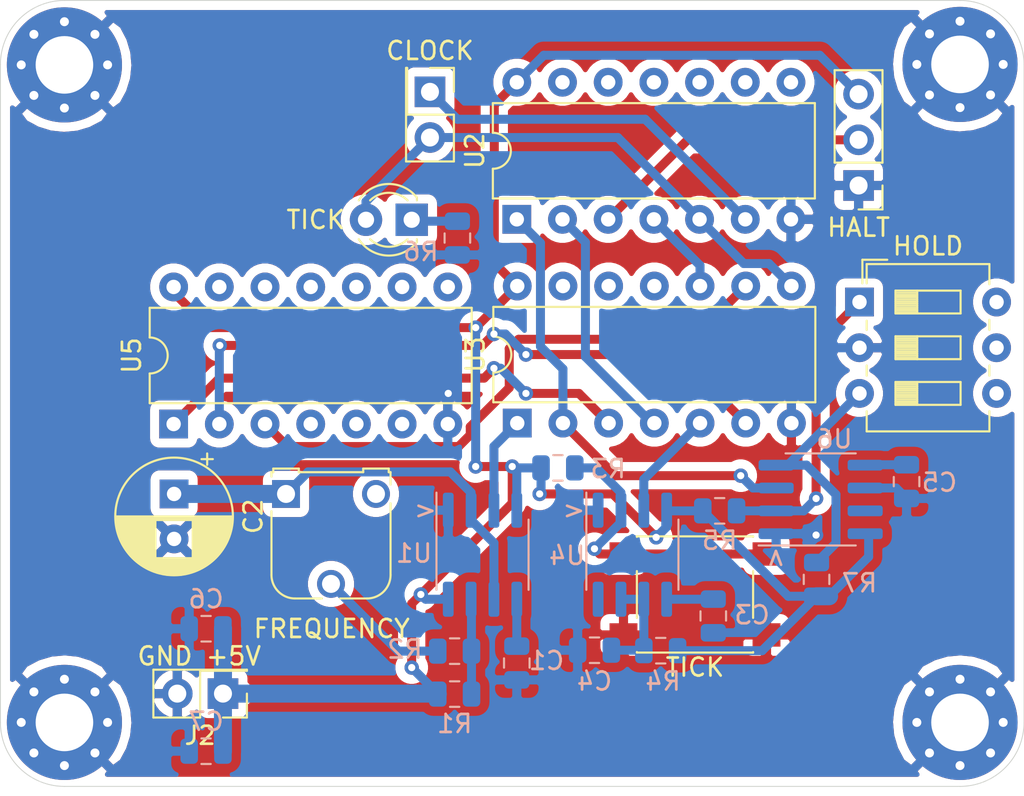
<source format=kicad_pcb>
(kicad_pcb (version 20171130) (host pcbnew "(5.1.6)-1")
  (layers (0 F.Cu signal) (31 B.Cu signal) (34 B.Paste user) (35 F.Paste user) (36 B.SilkS user) (37 F.SilkS user) (38 B.Mask user) (39 F.Mask user) (44 Edge.Cuts user))
  (net 0 "")
  (net 1 GND)
  (net 2 "Net-(C1-Pad1)")
  (net 3 "Net-(C2-Pad1)")
  (net 4 "Net-(C3-Pad1)")
  (net 5 "Net-(C4-Pad1)")
  (net 6 "Net-(C5-Pad1)")
  (net 7 +5V)
  (net 8 CLK)
  (net 9 "Net-(D1-Pad1)")
  (net 10 ~CLK)
  (net 11 HLT)
  (net 12 "Net-(R1-Pad2)")
  (net 13 "Net-(R2-Pad1)")
  (net 14 "Net-(R3-Pad2)")
  (net 15 "Net-(R5-Pad2)")
  (net 16 "Net-(R7-Pad2)")
  (net 17 "Net-(RV1-Pad3)")
  (net 18 "Net-(U1-Pad3)")
  (net 19 "Net-(U2-Pad4)")
  (net 20 "Net-(U2-Pad2)")
  (net 21 "Net-(U2-Pad1)")
  (net 22 "Net-(U3-Pad6)")
  (net 23 "Net-(U3-Pad5)")
  (net 24 "Net-(U3-Pad3)")
  (net 25 "Net-(U3-Pad9)")
  (net 26 "Net-(U4-Pad8)")
  (net 27 "Net-(U6-Pad7)")
  (module Package_DIP:DIP-14_W7.62mm (layer F.Cu) (at 74.422 45.1866 90)
    (fp_text reference U2 (at 3.81 -2.33 90) (layer F.SilkS))
    (fp_text value 74LS04)
    (pad 14 thru_hole oval (at 7.62 0 90) (size 1.6 1.6) (drill 0.8) (layers *.Cu *.Mask) (net 7 +5V))
    (pad 7 thru_hole oval (at 0 15.24 90) (size 1.6 1.6) (drill 0.8) (layers *.Cu *.Mask) (net 1 GND))
    (pad 13 thru_hole oval (at 7.62 2.54 90) (size 1.6 1.6) (drill 0.8) (layers *.Cu *.Mask))
    (pad 6 thru_hole oval (at 0 12.7 90) (size 1.6 1.6) (drill 0.8) (layers *.Cu *.Mask) (net 10 ~CLK))
    (pad 12 thru_hole oval (at 7.62 5.08 90) (size 1.6 1.6) (drill 0.8) (layers *.Cu *.Mask))
    (pad 5 thru_hole oval (at 0 10.16 90) (size 1.6 1.6) (drill 0.8) (layers *.Cu *.Mask) (net 8 CLK))
    (pad 11 thru_hole oval (at 7.62 7.62 90) (size 1.6 1.6) (drill 0.8) (layers *.Cu *.Mask))
    (pad 4 thru_hole oval (at 0 7.62 90) (size 1.6 1.6) (drill 0.8) (layers *.Cu *.Mask) (net 19 "Net-(U2-Pad4)"))
    (pad 10 thru_hole oval (at 7.62 10.16 90) (size 1.6 1.6) (drill 0.8) (layers *.Cu *.Mask))
    (pad 3 thru_hole oval (at 0 5.08 90) (size 1.6 1.6) (drill 0.8) (layers *.Cu *.Mask) (net 11 HLT))
    (pad 9 thru_hole oval (at 7.62 12.7 90) (size 1.6 1.6) (drill 0.8) (layers *.Cu *.Mask))
    (pad 2 thru_hole oval (at 0 2.54 90) (size 1.6 1.6) (drill 0.8) (layers *.Cu *.Mask) (net 20 "Net-(U2-Pad2)"))
    (pad 8 thru_hole oval (at 7.62 15.24 90) (size 1.6 1.6) (drill 0.8) (layers *.Cu *.Mask))
    (pad 1 thru_hole rect (at 0 0 90) (size 1.6 1.6) (drill 0.8) (layers *.Cu *.Mask) (net 21 "Net-(U2-Pad1)"))
  )
  (module MountingHole:MountingHole_3.2mm_M3_Pad_Via (layer F.Cu) (at 99.06 73.152)
    (fp_text reference H4 hide)
    (fp_text value MountingHole_Pad hide)
    (pad 1 thru_hole circle (at 1.697056 -1.697056) (size 0.8 0.8) (drill 0.5) (layers *.Cu *.Mask) (net 1 GND))
    (pad 1 thru_hole circle (at 0 -2.4) (size 0.8 0.8) (drill 0.5) (layers *.Cu *.Mask) (net 1 GND))
    (pad 1 thru_hole circle (at -1.697056 -1.697056) (size 0.8 0.8) (drill 0.5) (layers *.Cu *.Mask) (net 1 GND))
    (pad 1 thru_hole circle (at -2.4 0) (size 0.8 0.8) (drill 0.5) (layers *.Cu *.Mask) (net 1 GND))
    (pad 1 thru_hole circle (at -1.697056 1.697056) (size 0.8 0.8) (drill 0.5) (layers *.Cu *.Mask) (net 1 GND))
    (pad 1 thru_hole circle (at 0 2.4) (size 0.8 0.8) (drill 0.5) (layers *.Cu *.Mask) (net 1 GND))
    (pad 1 thru_hole circle (at 1.697056 1.697056) (size 0.8 0.8) (drill 0.5) (layers *.Cu *.Mask) (net 1 GND))
    (pad 1 thru_hole circle (at 2.4 0) (size 0.8 0.8) (drill 0.5) (layers *.Cu *.Mask) (net 1 GND))
    (pad 1 thru_hole circle (at 0 0) (size 6.4 6.4) (drill 3.2) (layers *.Cu *.Mask) (net 1 GND))
  )
  (module MountingHole:MountingHole_3.2mm_M3_Pad_Via (layer F.Cu) (at 99.06 36.576)
    (fp_text reference H3 hide)
    (fp_text value MountingHole_Pad hide)
    (pad 1 thru_hole circle (at 1.697056 -1.697056) (size 0.8 0.8) (drill 0.5) (layers *.Cu *.Mask) (net 1 GND))
    (pad 1 thru_hole circle (at 0 -2.4) (size 0.8 0.8) (drill 0.5) (layers *.Cu *.Mask) (net 1 GND))
    (pad 1 thru_hole circle (at -1.697056 -1.697056) (size 0.8 0.8) (drill 0.5) (layers *.Cu *.Mask) (net 1 GND))
    (pad 1 thru_hole circle (at -2.4 0) (size 0.8 0.8) (drill 0.5) (layers *.Cu *.Mask) (net 1 GND))
    (pad 1 thru_hole circle (at -1.697056 1.697056) (size 0.8 0.8) (drill 0.5) (layers *.Cu *.Mask) (net 1 GND))
    (pad 1 thru_hole circle (at 0 2.4) (size 0.8 0.8) (drill 0.5) (layers *.Cu *.Mask) (net 1 GND))
    (pad 1 thru_hole circle (at 1.697056 1.697056) (size 0.8 0.8) (drill 0.5) (layers *.Cu *.Mask) (net 1 GND))
    (pad 1 thru_hole circle (at 2.4 0) (size 0.8 0.8) (drill 0.5) (layers *.Cu *.Mask) (net 1 GND))
    (pad 1 thru_hole circle (at 0 0) (size 6.4 6.4) (drill 3.2) (layers *.Cu *.Mask) (net 1 GND))
  )
  (module MountingHole:MountingHole_3.2mm_M3_Pad_Via (layer F.Cu) (at 49.276 73.152)
    (fp_text reference H2 hide)
    (fp_text value MountingHole_Pad hide)
    (pad 1 thru_hole circle (at 1.697056 -1.697056) (size 0.8 0.8) (drill 0.5) (layers *.Cu *.Mask) (net 1 GND))
    (pad 1 thru_hole circle (at 0 -2.4) (size 0.8 0.8) (drill 0.5) (layers *.Cu *.Mask) (net 1 GND))
    (pad 1 thru_hole circle (at -1.697056 -1.697056) (size 0.8 0.8) (drill 0.5) (layers *.Cu *.Mask) (net 1 GND))
    (pad 1 thru_hole circle (at -2.4 0) (size 0.8 0.8) (drill 0.5) (layers *.Cu *.Mask) (net 1 GND))
    (pad 1 thru_hole circle (at -1.697056 1.697056) (size 0.8 0.8) (drill 0.5) (layers *.Cu *.Mask) (net 1 GND))
    (pad 1 thru_hole circle (at 0 2.4) (size 0.8 0.8) (drill 0.5) (layers *.Cu *.Mask) (net 1 GND))
    (pad 1 thru_hole circle (at 1.697056 1.697056) (size 0.8 0.8) (drill 0.5) (layers *.Cu *.Mask) (net 1 GND))
    (pad 1 thru_hole circle (at 2.4 0) (size 0.8 0.8) (drill 0.5) (layers *.Cu *.Mask) (net 1 GND))
    (pad 1 thru_hole circle (at 0 0) (size 6.4 6.4) (drill 3.2) (layers *.Cu *.Mask) (net 1 GND))
  )
  (module MountingHole:MountingHole_3.2mm_M3_Pad_Via (layer F.Cu) (at 49.276 36.6014)
    (fp_text reference H1 hide)
    (fp_text value MountingHole_Pad hide)
    (pad 1 thru_hole circle (at 1.697056 -1.697056) (size 0.8 0.8) (drill 0.5) (layers *.Cu *.Mask) (net 1 GND))
    (pad 1 thru_hole circle (at 0 -2.4) (size 0.8 0.8) (drill 0.5) (layers *.Cu *.Mask) (net 1 GND))
    (pad 1 thru_hole circle (at -1.697056 -1.697056) (size 0.8 0.8) (drill 0.5) (layers *.Cu *.Mask) (net 1 GND))
    (pad 1 thru_hole circle (at -2.4 0) (size 0.8 0.8) (drill 0.5) (layers *.Cu *.Mask) (net 1 GND))
    (pad 1 thru_hole circle (at -1.697056 1.697056) (size 0.8 0.8) (drill 0.5) (layers *.Cu *.Mask) (net 1 GND))
    (pad 1 thru_hole circle (at 0 2.4) (size 0.8 0.8) (drill 0.5) (layers *.Cu *.Mask) (net 1 GND))
    (pad 1 thru_hole circle (at 1.697056 1.697056) (size 0.8 0.8) (drill 0.5) (layers *.Cu *.Mask) (net 1 GND))
    (pad 1 thru_hole circle (at 2.4 0) (size 0.8 0.8) (drill 0.5) (layers *.Cu *.Mask) (net 1 GND))
    (pad 1 thru_hole circle (at 0 0) (size 6.4 6.4) (drill 3.2) (layers *.Cu *.Mask) (net 1 GND))
  )
  (module Button_Switch_THT:SW_DIP_SPSTx03_Slide_6.7x9.18mm_W7.62mm_P2.54mm_LowProfile (layer F.Cu) (at 93.472 49.784)
    (fp_text reference HOLD (at 3.81 -3.11) (layer F.SilkS))
    (fp_text value Lock)
    (pad 6 thru_hole oval (at 7.62 0) (size 1.6 1.6) (drill 0.8) (layers *.Cu *.Mask))
    (pad 3 thru_hole oval (at 0 5.08) (size 1.6 1.6) (drill 0.8) (layers *.Cu *.Mask) (net 16 "Net-(R7-Pad2)"))
    (pad 5 thru_hole oval (at 7.62 2.54) (size 1.6 1.6) (drill 0.8) (layers *.Cu *.Mask))
    (pad 2 thru_hole oval (at 0 2.54) (size 1.6 1.6) (drill 0.8) (layers *.Cu *.Mask) (net 1 GND))
    (pad 4 thru_hole oval (at 7.62 5.08) (size 1.6 1.6) (drill 0.8) (layers *.Cu *.Mask))
    (pad 1 thru_hole rect (at 0 0) (size 1.6 1.6) (drill 0.8) (layers *.Cu *.Mask) (net 15 "Net-(R5-Pad2)"))
  )
  (module LED_THT:LED_D3.0mm_Clear (layer F.Cu) (at 68.58 45.212 180)
    (fp_text reference TICK (at 5.334 0) (layer F.SilkS))
    (fp_text value BLUE)
    (pad 2 thru_hole circle (at 2.54 0 180) (size 1.8 1.8) (drill 0.9) (layers *.Cu *.Mask) (net 8 CLK))
    (pad 1 thru_hole rect (at 0 0 180) (size 1.8 1.8) (drill 0.9) (layers *.Cu *.Mask) (net 9 "Net-(D1-Pad1)"))
  )
  (module Package_SO:SOIC-8_3.9x4.9mm_P1.27mm (layer B.Cu) (at 91.313 60.7568)
    (fp_text reference U6 (at 0.762 -3.3528) (layer B.SilkS) (effects (justify mirror)))
    (fp_text value LM555xM)
    (pad 8 smd roundrect (at 2.475 1.905) (size 1.95 0.6) (layers B.Cu B.Paste B.Mask) (net 7 +5V))
    (pad 7 smd roundrect (at 2.475 0.635) (size 1.95 0.6) (layers B.Cu B.Paste B.Mask) (net 27 "Net-(U6-Pad7)"))
    (pad 6 smd roundrect (at 2.475 -0.635) (size 1.95 0.6) (layers B.Cu B.Paste B.Mask) (net 1 GND))
    (pad 5 smd roundrect (at 2.475 -1.905) (size 1.95 0.6) (layers B.Cu B.Paste B.Mask) (net 6 "Net-(C5-Pad1)"))
    (pad 4 smd roundrect (at -2.475 -1.905) (size 1.95 0.6) (layers B.Cu B.Paste B.Mask) (net 16 "Net-(R7-Pad2)"))
    (pad 3 smd roundrect (at -2.475 -0.635) (size 1.95 0.6) (layers B.Cu B.Paste B.Mask) (net 21 "Net-(U2-Pad1)"))
    (pad 2 smd roundrect (at -2.475 0.635) (size 1.95 0.6) (layers B.Cu B.Paste B.Mask) (net 15 "Net-(R5-Pad2)"))
    (pad 1 smd roundrect (at -2.475 1.905) (size 1.95 0.6) (layers B.Cu B.Paste B.Mask) (net 1 GND))
  )
  (module Package_DIP:DIP-14_W7.62mm (layer F.Cu) (at 55.3466 56.5658 90)
    (fp_text reference U5 (at 3.81 -2.33 90) (layer F.SilkS))
    (fp_text value 74LS32)
    (pad 14 thru_hole oval (at 7.62 0 90) (size 1.6 1.6) (drill 0.8) (layers *.Cu *.Mask) (net 7 +5V))
    (pad 7 thru_hole oval (at 0 15.24 90) (size 1.6 1.6) (drill 0.8) (layers *.Cu *.Mask) (net 1 GND))
    (pad 13 thru_hole oval (at 7.62 2.54 90) (size 1.6 1.6) (drill 0.8) (layers *.Cu *.Mask))
    (pad 6 thru_hole oval (at 0 12.7 90) (size 1.6 1.6) (drill 0.8) (layers *.Cu *.Mask))
    (pad 12 thru_hole oval (at 7.62 5.08 90) (size 1.6 1.6) (drill 0.8) (layers *.Cu *.Mask))
    (pad 5 thru_hole oval (at 0 10.16 90) (size 1.6 1.6) (drill 0.8) (layers *.Cu *.Mask))
    (pad 11 thru_hole oval (at 7.62 7.62 90) (size 1.6 1.6) (drill 0.8) (layers *.Cu *.Mask))
    (pad 4 thru_hole oval (at 0 7.62 90) (size 1.6 1.6) (drill 0.8) (layers *.Cu *.Mask))
    (pad 10 thru_hole oval (at 7.62 10.16 90) (size 1.6 1.6) (drill 0.8) (layers *.Cu *.Mask))
    (pad 3 thru_hole oval (at 0 5.08 90) (size 1.6 1.6) (drill 0.8) (layers *.Cu *.Mask) (net 25 "Net-(U3-Pad9)"))
    (pad 9 thru_hole oval (at 7.62 12.7 90) (size 1.6 1.6) (drill 0.8) (layers *.Cu *.Mask))
    (pad 2 thru_hole oval (at 0 2.54 90) (size 1.6 1.6) (drill 0.8) (layers *.Cu *.Mask) (net 22 "Net-(U3-Pad6)"))
    (pad 8 thru_hole oval (at 7.62 15.24 90) (size 1.6 1.6) (drill 0.8) (layers *.Cu *.Mask))
    (pad 1 thru_hole rect (at 0 0 90) (size 1.6 1.6) (drill 0.8) (layers *.Cu *.Mask) (net 24 "Net-(U3-Pad3)"))
  )
  (module Package_SO:SOIC-8_3.9x4.9mm_P1.27mm (layer B.Cu) (at 80.8482 63.8302 270)
    (fp_text reference U4 (at 0.0508 3.6322) (layer B.SilkS) (effects (justify mirror)))
    (fp_text value LM555xM)
    (pad 8 smd roundrect (at 2.475 1.905 270) (size 1.95 0.6) (layers B.Cu B.Paste B.Mask) (net 26 "Net-(U4-Pad8)"))
    (pad 7 smd roundrect (at 2.475 0.635 270) (size 1.95 0.6) (layers B.Cu B.Paste B.Mask) (net 5 "Net-(C4-Pad1)"))
    (pad 6 smd roundrect (at 2.475 -0.635 270) (size 1.95 0.6) (layers B.Cu B.Paste B.Mask) (net 5 "Net-(C4-Pad1)"))
    (pad 5 smd roundrect (at 2.475 -1.905 270) (size 1.95 0.6) (layers B.Cu B.Paste B.Mask) (net 4 "Net-(C3-Pad1)"))
    (pad 4 smd roundrect (at -2.475 -1.905 270) (size 1.95 0.6) (layers B.Cu B.Paste B.Mask) (net 7 +5V))
    (pad 3 smd roundrect (at -2.475 -0.635 270) (size 1.95 0.6) (layers B.Cu B.Paste B.Mask) (net 23 "Net-(U3-Pad5)"))
    (pad 2 smd roundrect (at -2.475 0.635 270) (size 1.95 0.6) (layers B.Cu B.Paste B.Mask) (net 14 "Net-(R3-Pad2)"))
    (pad 1 smd roundrect (at -2.475 1.905 270) (size 1.95 0.6) (layers B.Cu B.Paste B.Mask) (net 1 GND))
  )
  (module Package_DIP:DIP-14_W7.62mm (layer F.Cu) (at 74.4474 56.515 90)
    (fp_text reference U3 (at 3.81 -2.33 90) (layer F.SilkS))
    (fp_text value 74LS08)
    (pad 14 thru_hole oval (at 7.62 0 90) (size 1.6 1.6) (drill 0.8) (layers *.Cu *.Mask) (net 7 +5V))
    (pad 7 thru_hole oval (at 0 15.24 90) (size 1.6 1.6) (drill 0.8) (layers *.Cu *.Mask) (net 1 GND))
    (pad 13 thru_hole oval (at 7.62 2.54 90) (size 1.6 1.6) (drill 0.8) (layers *.Cu *.Mask))
    (pad 6 thru_hole oval (at 0 12.7 90) (size 1.6 1.6) (drill 0.8) (layers *.Cu *.Mask) (net 22 "Net-(U3-Pad6)"))
    (pad 12 thru_hole oval (at 7.62 5.08 90) (size 1.6 1.6) (drill 0.8) (layers *.Cu *.Mask))
    (pad 5 thru_hole oval (at 0 10.16 90) (size 1.6 1.6) (drill 0.8) (layers *.Cu *.Mask) (net 23 "Net-(U3-Pad5)"))
    (pad 11 thru_hole oval (at 7.62 7.62 90) (size 1.6 1.6) (drill 0.8) (layers *.Cu *.Mask))
    (pad 4 thru_hole oval (at 0 7.62 90) (size 1.6 1.6) (drill 0.8) (layers *.Cu *.Mask) (net 20 "Net-(U2-Pad2)"))
    (pad 10 thru_hole oval (at 7.62 10.16 90) (size 1.6 1.6) (drill 0.8) (layers *.Cu *.Mask) (net 19 "Net-(U2-Pad4)"))
    (pad 3 thru_hole oval (at 0 5.08 90) (size 1.6 1.6) (drill 0.8) (layers *.Cu *.Mask) (net 24 "Net-(U3-Pad3)"))
    (pad 9 thru_hole oval (at 7.62 12.7 90) (size 1.6 1.6) (drill 0.8) (layers *.Cu *.Mask) (net 25 "Net-(U3-Pad9)"))
    (pad 2 thru_hole oval (at 0 2.54 90) (size 1.6 1.6) (drill 0.8) (layers *.Cu *.Mask) (net 21 "Net-(U2-Pad1)"))
    (pad 8 thru_hole oval (at 7.62 15.24 90) (size 1.6 1.6) (drill 0.8) (layers *.Cu *.Mask) (net 8 CLK))
    (pad 1 thru_hole rect (at 0 0 90) (size 1.6 1.6) (drill 0.8) (layers *.Cu *.Mask) (net 18 "Net-(U1-Pad3)"))
  )
  (module Package_SO:SOIC-8_3.9x4.9mm_P1.27mm (layer B.Cu) (at 72.517 63.8302 270)
    (fp_text reference U1 (at -0.0762 3.81) (layer B.SilkS) (effects (justify mirror)))
    (fp_text value LM555xM)
    (pad 8 smd roundrect (at 2.475 1.905 270) (size 1.95 0.6) (layers B.Cu B.Paste B.Mask) (net 7 +5V))
    (pad 7 smd roundrect (at 2.475 0.635 270) (size 1.95 0.6) (layers B.Cu B.Paste B.Mask) (net 12 "Net-(R1-Pad2)"))
    (pad 6 smd roundrect (at 2.475 -0.635 270) (size 1.95 0.6) (layers B.Cu B.Paste B.Mask) (net 3 "Net-(C2-Pad1)"))
    (pad 5 smd roundrect (at 2.475 -1.905 270) (size 1.95 0.6) (layers B.Cu B.Paste B.Mask) (net 2 "Net-(C1-Pad1)"))
    (pad 4 smd roundrect (at -2.475 -1.905 270) (size 1.95 0.6) (layers B.Cu B.Paste B.Mask) (net 7 +5V))
    (pad 3 smd roundrect (at -2.475 -0.635 270) (size 1.95 0.6) (layers B.Cu B.Paste B.Mask) (net 18 "Net-(U1-Pad3)"))
    (pad 2 smd roundrect (at -2.475 0.635 270) (size 1.95 0.6) (layers B.Cu B.Paste B.Mask) (net 3 "Net-(C2-Pad1)"))
    (pad 1 smd roundrect (at -2.475 1.905 270) (size 1.95 0.6) (layers B.Cu B.Paste B.Mask) (net 1 GND))
  )
  (module Button_Switch_SMD:SW_Push_1P1T_NO_6x6mm_H9.5mm (layer F.Cu) (at 84.328 66.04 180)
    (fp_text reference TICK (at 0 -4.05) (layer F.SilkS))
    (fp_text value SW_Push)
    (pad 2 smd rect (at 3.975 2.25 180) (size 1.55 1.3) (layers F.Cu F.Paste F.Mask) (net 14 "Net-(R3-Pad2)"))
    (pad 1 smd rect (at 3.975 -2.25 180) (size 1.55 1.3) (layers F.Cu F.Paste F.Mask) (net 1 GND))
    (pad 1 smd rect (at -3.975 -2.25 180) (size 1.55 1.3) (layers F.Cu F.Paste F.Mask) (net 1 GND))
    (pad 2 smd rect (at -3.975 2.25 180) (size 1.55 1.3) (layers F.Cu F.Paste F.Mask) (net 14 "Net-(R3-Pad2)"))
  )
  (module Potentiometer_THT:Potentiometer_Runtron_RM-065_Vertical (layer F.Cu) (at 61.595 60.452)
    (fp_text reference FREQUENCY (at 2.54 7.493) (layer F.SilkS))
    (fp_text value 1M)
    (pad 2 thru_hole circle (at 2.5 5) (size 1.55 1.55) (drill 1) (layers *.Cu *.Mask) (net 13 "Net-(R2-Pad1)"))
    (pad 1 thru_hole rect (at 0 0) (size 1.55 1.55) (drill 1) (layers *.Cu *.Mask) (net 3 "Net-(C2-Pad1)"))
    (pad 3 thru_hole circle (at 5 0) (size 1.55 1.55) (drill 1) (layers *.Cu *.Mask) (net 17 "Net-(RV1-Pad3)"))
  )
  (module Resistor_SMD:R_0805_2012Metric (layer B.Cu) (at 91.0844 65.2018 90)
    (fp_text reference R7 (at -0.2032 2.3876) (layer B.SilkS) (effects (justify mirror)))
    (fp_text value 1K)
    (pad 2 smd roundrect (at 0.9375 0 90) (size 0.975 1.4) (layers B.Cu B.Paste B.Mask) (net 16 "Net-(R7-Pad2)"))
    (pad 1 smd roundrect (at -0.9375 0 90) (size 0.975 1.4) (layers B.Cu B.Paste B.Mask) (net 7 +5V))
  )
  (module Resistor_SMD:R_0805_2012Metric (layer B.Cu) (at 71.12 46.228 270)
    (fp_text reference R6 (at 0.762 2.032 180) (layer B.SilkS) (effects (justify mirror)))
    (fp_text value 220)
    (pad 2 smd roundrect (at 0.9375 0 270) (size 0.975 1.4) (layers B.Cu B.Paste B.Mask) (net 1 GND))
    (pad 1 smd roundrect (at -0.9375 0 270) (size 0.975 1.4) (layers B.Cu B.Paste B.Mask) (net 9 "Net-(D1-Pad1)"))
  )
  (module Resistor_SMD:R_0805_2012Metric (layer B.Cu) (at 85.6996 61.3918)
    (fp_text reference R5 (at 0 1.65) (layer B.SilkS) (effects (justify mirror)))
    (fp_text value 1K)
    (pad 2 smd roundrect (at 0.9375 0) (size 0.975 1.4) (layers B.Cu B.Paste B.Mask) (net 15 "Net-(R5-Pad2)"))
    (pad 1 smd roundrect (at -0.9375 0) (size 0.975 1.4) (layers B.Cu B.Paste B.Mask) (net 7 +5V))
  )
  (module Resistor_SMD:R_0805_2012Metric (layer B.Cu) (at 82.423 69.1642 180)
    (fp_text reference R4 (at -0.127 -1.7018) (layer B.SilkS) (effects (justify mirror)))
    (fp_text value 1M)
    (pad 2 smd roundrect (at 0.9375 0 180) (size 0.975 1.4) (layers B.Cu B.Paste B.Mask) (net 5 "Net-(C4-Pad1)"))
    (pad 1 smd roundrect (at -0.9375 0 180) (size 0.975 1.4) (layers B.Cu B.Paste B.Mask) (net 7 +5V))
  )
  (module Resistor_SMD:R_0805_2012Metric (layer B.Cu) (at 76.708 59.0042)
    (fp_text reference R3 (at 2.794 0.0508) (layer B.SilkS) (effects (justify mirror)))
    (fp_text value 1K)
    (pad 2 smd roundrect (at 0.9375 0) (size 0.975 1.4) (layers B.Cu B.Paste B.Mask) (net 14 "Net-(R3-Pad2)"))
    (pad 1 smd roundrect (at -0.9375 0) (size 0.975 1.4) (layers B.Cu B.Paste B.Mask) (net 7 +5V))
  )
  (module Resistor_SMD:R_0805_2012Metric (layer B.Cu) (at 70.9653 69.1896)
    (fp_text reference R2 (at -2.7663 -0.1016) (layer B.SilkS) (effects (justify mirror)))
    (fp_text value 1K)
    (pad 2 smd roundrect (at 0.9375 0) (size 0.975 1.4) (layers B.Cu B.Paste B.Mask) (net 12 "Net-(R1-Pad2)"))
    (pad 1 smd roundrect (at -0.9375 0) (size 0.975 1.4) (layers B.Cu B.Paste B.Mask) (net 13 "Net-(R2-Pad1)"))
  )
  (module Resistor_SMD:R_0805_2012Metric (layer B.Cu) (at 70.9676 71.5772)
    (fp_text reference R1 (at 0 1.65) (layer B.SilkS) (effects (justify mirror)))
    (fp_text value 1K)
    (pad 2 smd roundrect (at 0.9375 0) (size 0.975 1.4) (layers B.Cu B.Paste B.Mask) (net 12 "Net-(R1-Pad2)"))
    (pad 1 smd roundrect (at -0.9375 0) (size 0.975 1.4) (layers B.Cu B.Paste B.Mask) (net 7 +5V))
  )
  (module Connector_PinHeader_2.54mm:PinHeader_1x03_P2.54mm_Vertical (layer F.Cu) (at 93.4212 43.307 180)
    (fp_text reference HALT (at 0 -2.33) (layer F.SilkS))
    (fp_text value Halt)
    (pad 3 thru_hole oval (at 0 5.08 180) (size 1.7 1.7) (drill 1) (layers *.Cu *.Mask) (net 7 +5V))
    (pad 2 thru_hole oval (at 0 2.54 180) (size 1.7 1.7) (drill 1) (layers *.Cu *.Mask) (net 11 HLT))
    (pad 1 thru_hole rect (at 0 0 180) (size 1.7 1.7) (drill 1) (layers *.Cu *.Mask) (net 1 GND))
  )
  (module Connector_PinHeader_2.54mm:PinHeader_2x01_P2.54mm_Vertical (layer F.Cu) (at 58.0898 71.5518 180)
    (fp_text reference J2 (at 1.27 -2.33) (layer F.SilkS))
    (fp_text value Power)
    (pad 2 thru_hole oval (at 2.54 0 180) (size 1.7 1.7) (drill 1) (layers *.Cu *.Mask) (net 1 GND))
    (pad 1 thru_hole rect (at 0 0 180) (size 1.7 1.7) (drill 1) (layers *.Cu *.Mask) (net 7 +5V))
  )
  (module Connector_PinHeader_2.54mm:PinHeader_2x01_P2.54mm_Vertical (layer F.Cu) (at 69.596 38.1 270)
    (fp_text reference CLOCK (at -2.286 0 180) (layer F.SilkS))
    (fp_text value Clock)
    (pad 2 thru_hole oval (at 2.54 0 270) (size 1.7 1.7) (drill 1) (layers *.Cu *.Mask) (net 8 CLK))
    (pad 1 thru_hole rect (at 0 0 270) (size 1.7 1.7) (drill 1) (layers *.Cu *.Mask) (net 10 ~CLK))
  )
  (module Capacitor_SMD:C_0805_2012Metric (layer B.Cu) (at 57.15 74.7522 180)
    (fp_text reference C7 (at 0 1.65) (layer B.SilkS) (effects (justify mirror)))
    (fp_text value 0.1uF)
    (pad 2 smd roundrect (at 0.9375 0 180) (size 0.975 1.4) (layers B.Cu B.Paste B.Mask) (net 1 GND))
    (pad 1 smd roundrect (at -0.9375 0 180) (size 0.975 1.4) (layers B.Cu B.Paste B.Mask) (net 7 +5V))
  )
  (module Capacitor_SMD:C_0805_2012Metric (layer B.Cu) (at 57.15 67.945 180)
    (fp_text reference C6 (at 0 1.65) (layer B.SilkS) (effects (justify mirror)))
    (fp_text value 0.1uF)
    (pad 2 smd roundrect (at 0.9375 0 180) (size 0.975 1.4) (layers B.Cu B.Paste B.Mask) (net 1 GND))
    (pad 1 smd roundrect (at -0.9375 0 180) (size 0.975 1.4) (layers B.Cu B.Paste B.Mask) (net 7 +5V))
  )
  (module Capacitor_SMD:C_0805_2012Metric (layer B.Cu) (at 96.0882 59.7662 270)
    (fp_text reference C5 (at 0.0508 -1.8288 180) (layer B.SilkS) (effects (justify mirror)))
    (fp_text value 0.01uF)
    (pad 2 smd roundrect (at 0.9375 0 270) (size 0.975 1.4) (layers B.Cu B.Paste B.Mask) (net 1 GND))
    (pad 1 smd roundrect (at -0.9375 0 270) (size 0.975 1.4) (layers B.Cu B.Paste B.Mask) (net 6 "Net-(C5-Pad1)"))
  )
  (module Capacitor_SMD:C_0805_2012Metric (layer B.Cu) (at 78.7423 69.1388 180)
    (fp_text reference C4 (at 0 -1.7272) (layer B.SilkS) (effects (justify mirror)))
    (fp_text value 0.1uF)
    (pad 2 smd roundrect (at 0.9375 0 180) (size 0.975 1.4) (layers B.Cu B.Paste B.Mask) (net 1 GND))
    (pad 1 smd roundrect (at -0.9375 0 180) (size 0.975 1.4) (layers B.Cu B.Paste B.Mask) (net 5 "Net-(C4-Pad1)"))
  )
  (module Capacitor_SMD:C_0805_2012Metric (layer B.Cu) (at 85.344 67.2338 270)
    (fp_text reference C3 (at -0.0508 -2.159) (layer B.SilkS) (effects (justify mirror)))
    (fp_text value 0.01uF)
    (pad 2 smd roundrect (at 0.9375 0 270) (size 0.975 1.4) (layers B.Cu B.Paste B.Mask) (net 1 GND))
    (pad 1 smd roundrect (at -0.9375 0 270) (size 0.975 1.4) (layers B.Cu B.Paste B.Mask) (net 4 "Net-(C3-Pad1)"))
  )
  (module Capacitor_THT:CP_Radial_D6.3mm_P2.50mm (layer F.Cu) (at 55.372 60.452 270)
    (fp_text reference C2 (at 1.25 -4.4 90) (layer F.SilkS))
    (fp_text value "1uF 10V")
    (pad 2 thru_hole circle (at 2.5 0 270) (size 1.6 1.6) (drill 0.8) (layers *.Cu *.Mask) (net 1 GND))
    (pad 1 thru_hole rect (at 0 0 270) (size 1.6 1.6) (drill 0.8) (layers *.Cu *.Mask) (net 3 "Net-(C2-Pad1)"))
  )
  (module Capacitor_SMD:C_0805_2012Metric (layer B.Cu) (at 74.422 69.85 270)
    (fp_text reference C1 (at -0.127 -1.651) (layer B.SilkS) (effects (justify mirror)))
    (fp_text value 0.01uF)
    (pad 2 smd roundrect (at 0.9375 0 270) (size 0.975 1.4) (layers B.Cu B.Paste B.Mask) (net 1 GND))
    (pad 1 smd roundrect (at -0.9375 0 270) (size 0.975 1.4) (layers B.Cu B.Paste B.Mask) (net 2 "Net-(C1-Pad1)"))
  )
  (gr_text > (at 88.9 64.008 270) (layer B.SilkS) (effects (font (size 1 1)) (justify mirror)))
  (gr_text > (at 77.597 61.468 180) (layer B.SilkS) (effects (font (size 1 1)) (justify mirror)))
  (gr_text > (at 69.342 61.468 180) (layer B.SilkS) (effects (font (size 1 1)) (justify mirror)))
  (gr_text GND (at 54.864 69.469) (layer F.SilkS) (effects (font (size 1 1))))
  (gr_text +5V (at 58.674 69.469) (layer F.SilkS) (effects (font (size 1 1))))
  (gr_arc (start 99.06 36.576) (end 102.616 36.576) (angle -90) (layer Edge.Cuts) (width 0.05))
  (gr_arc (start 99.06 73.152) (end 99.06 76.708) (angle -90) (layer Edge.Cuts) (width 0.05))
  (gr_arc (start 49.276 73.152) (end 45.72 73.152) (angle -90) (layer Edge.Cuts) (width 0.05))
  (gr_arc (start 49.276 36.576) (end 49.276 33.02) (angle -90) (layer Edge.Cuts) (width 0.05))
  (gr_line (start 102.616 73.152) (end 102.616 36.576) (layer Edge.Cuts) (width 0.05))
  (gr_line (start 49.276 76.708) (end 99.06 76.708) (layer Edge.Cuts) (width 0.05))
  (gr_line (start 45.72 36.576) (end 45.72 73.152) (layer Edge.Cuts) (width 0.05))
  (gr_line (start 49.276 33.02) (end 99.06 33.02) (layer Edge.Cuts) (width 0.05))
  (via (at 73.152 53.467) (size 0.8) (drill 0.4) (layers F.Cu B.Cu) (net 24))
  (via (at 74.93 54.864) (size 0.8) (drill 0.4) (layers F.Cu B.Cu) (net 24))
  (via (at 70.612 54.864) (size 0.8) (drill 0.4) (layers F.Cu B.Cu) (net 1))
  (segment (start 70.5866 54.8894) (end 70.612 54.864) (width 0.5) (layer B.Cu) (net 1))
  (segment (start 70.5866 56.5658) (end 70.5866 54.8894) (width 0.5) (layer B.Cu) (net 1))
  (via (at 91.059 62.738) (size 0.8) (drill 0.4) (layers F.Cu B.Cu) (net 1))
  (segment (start 95.5063 60.1218) (end 93.788 60.1218) (width 0.5) (layer B.Cu) (net 1))
  (segment (start 96.0882 60.7037) (end 95.5063 60.1218) (width 0.5) (layer B.Cu) (net 1))
  (segment (start 90.9828 62.6618) (end 91.059 62.738) (width 0.5) (layer B.Cu) (net 1))
  (segment (start 88.838 62.6618) (end 90.9828 62.6618) (width 0.5) (layer B.Cu) (net 1))
  (via (at 57.912 52.197) (size 0.8) (drill 0.4) (layers F.Cu B.Cu) (net 22))
  (via (at 73.152 51.562) (size 0.8) (drill 0.4) (layers F.Cu B.Cu) (net 22))
  (via (at 74.93 52.705) (size 0.8) (drill 0.4) (layers F.Cu B.Cu) (net 22))
  (via (at 72.136 58.928) (size 0.8) (drill 0.4) (layers F.Cu B.Cu) (net 7))
  (via (at 82.169 62.865) (size 0.8) (drill 0.4) (layers F.Cu B.Cu) (net 7))
  (via (at 75.692 60.452) (size 0.8) (drill 0.4) (layers F.Cu B.Cu) (net 7))
  (via (at 78.74 63.5) (size 0.8) (drill 0.4) (layers F.Cu B.Cu) (net 14))
  (via (at 68.58 70.104) (size 0.8) (drill 0.4) (layers F.Cu B.Cu) (net 7))
  (via (at 69.088 66.04) (size 0.8) (drill 0.4) (layers F.Cu B.Cu) (net 7))
  (via (at 74.168 58.928) (size 0.8) (drill 0.4) (layers F.Cu B.Cu) (net 7))
  (via (at 91.059 60.706) (size 0.8) (drill 0.4) (layers F.Cu B.Cu) (net 15))
  (via (at 86.868 59.436) (size 0.8) (drill 0.4) (layers F.Cu B.Cu) (net 21))
  (segment (start 74.422 68.9125) (end 74.422 66.3052) (width 0.5) (layer B.Cu) (net 2))
  (segment (start 61.595 60.452) (end 55.372 60.452) (width 1) (layer B.Cu) (net 3))
  (segment (start 73.152 63.178744) (end 71.882 61.908744) (width 0.5) (layer B.Cu) (net 3))
  (segment (start 71.882 61.908744) (end 71.882 61.3552) (width 0.5) (layer B.Cu) (net 3))
  (segment (start 73.152 66.3052) (end 73.152 63.178744) (width 0.5) (layer B.Cu) (net 3))
  (segment (start 62.820001 59.226999) (end 61.595 60.452) (width 0.5) (layer B.Cu) (net 3))
  (segment (start 70.728799 59.226999) (end 62.820001 59.226999) (width 0.5) (layer B.Cu) (net 3))
  (segment (start 71.882 60.3802) (end 70.728799 59.226999) (width 0.5) (layer B.Cu) (net 3))
  (segment (start 71.882 61.3552) (end 71.882 60.3802) (width 0.5) (layer B.Cu) (net 3))
  (segment (start 85.3351 66.3052) (end 85.344 66.2963) (width 0.25) (layer B.Cu) (net 4))
  (segment (start 82.7532 66.3052) (end 85.3351 66.3052) (width 0.5) (layer B.Cu) (net 4))
  (segment (start 81.4601 69.1388) (end 81.4855 69.1642) (width 0.25) (layer B.Cu) (net 5))
  (segment (start 79.6798 69.1388) (end 81.4601 69.1388) (width 0.5) (layer B.Cu) (net 5))
  (segment (start 81.4855 66.3075) (end 81.4832 66.3052) (width 0.25) (layer B.Cu) (net 5))
  (segment (start 81.4855 69.1642) (end 81.4855 66.3075) (width 0.5) (layer B.Cu) (net 5))
  (segment (start 81.4832 66.3052) (end 80.2132 66.3052) (width 0.5) (layer B.Cu) (net 5))
  (segment (start 93.8111 58.8287) (end 93.788 58.8518) (width 0.25) (layer B.Cu) (net 6))
  (segment (start 96.0882 58.8287) (end 93.8111 58.8287) (width 0.5) (layer B.Cu) (net 6))
  (segment (start 58.0875 71.5541) (end 58.0898 71.5518) (width 1) (layer B.Cu) (net 7))
  (segment (start 58.0875 74.7522) (end 58.0875 71.5541) (width 1) (layer B.Cu) (net 7))
  (segment (start 91.7844 66.1393) (end 93.98 63.9437) (width 0.5) (layer B.Cu) (net 7))
  (segment (start 91.0844 66.1393) (end 91.7844 66.1393) (width 1) (layer B.Cu) (net 7))
  (segment (start 93.98 63.9437) (end 93.98 62.992) (width 0.5) (layer B.Cu) (net 7))
  (segment (start 89.5096 66.1393) (end 84.7621 61.3918) (width 0.5) (layer B.Cu) (net 7))
  (segment (start 91.0844 66.1393) (end 89.5096 66.1393) (width 0.5) (layer B.Cu) (net 7))
  (segment (start 82.7898 61.3918) (end 82.7532 61.3552) (width 0.5) (layer B.Cu) (net 7))
  (segment (start 84.7621 61.3918) (end 82.7898 61.3918) (width 0.5) (layer B.Cu) (net 7))
  (segment (start 70.0047 71.5518) (end 70.0301 71.5772) (width 1) (layer B.Cu) (net 7))
  (segment (start 58.0898 71.5518) (end 70.0047 71.5518) (width 1) (layer B.Cu) (net 7))
  (segment (start 58.0898 67.9473) (end 58.0875 67.945) (width 1) (layer B.Cu) (net 7))
  (segment (start 58.0898 71.5518) (end 58.0898 67.9473) (width 1) (layer B.Cu) (net 7))
  (segment (start 74.2442 59.0042) (end 74.168 58.928) (width 0.5) (layer B.Cu) (net 7))
  (segment (start 75.7705 59.0042) (end 74.2442 59.0042) (width 0.5) (layer B.Cu) (net 7))
  (segment (start 74.422 59.182) (end 74.168 58.928) (width 0.5) (layer B.Cu) (net 7))
  (segment (start 74.422 61.3552) (end 74.422 59.182) (width 0.5) (layer B.Cu) (net 7))
  (segment (start 69.3532 66.3052) (end 69.088 66.04) (width 0.5) (layer B.Cu) (net 7))
  (segment (start 70.612 66.3052) (end 69.3532 66.3052) (width 0.5) (layer B.Cu) (net 7))
  (segment (start 70.0301 71.5541) (end 68.58 70.104) (width 0.5) (layer B.Cu) (net 7))
  (segment (start 70.0301 71.5772) (end 70.0301 71.5541) (width 0.5) (layer B.Cu) (net 7))
  (segment (start 68.58 66.548) (end 69.088 66.04) (width 0.5) (layer F.Cu) (net 7))
  (segment (start 68.58 70.104) (end 68.58 66.548) (width 0.5) (layer F.Cu) (net 7))
  (segment (start 74.168 60.96) (end 69.088 66.04) (width 0.5) (layer F.Cu) (net 7))
  (segment (start 74.168 58.928) (end 74.168 60.96) (width 0.5) (layer F.Cu) (net 7))
  (segment (start 73.171999 38.816601) (end 74.422 37.5666) (width 0.5) (layer F.Cu) (net 7))
  (segment (start 73.171999 47.619599) (end 73.171999 38.816601) (width 0.5) (layer F.Cu) (net 7))
  (segment (start 74.4474 48.895) (end 73.171999 47.619599) (width 0.5) (layer F.Cu) (net 7))
  (segment (start 74.4474 48.895) (end 72.136 51.2064) (width 0.5) (layer F.Cu) (net 7))
  (segment (start 72.136 51.2064) (end 57.3024 51.2064) (width 0.5) (layer F.Cu) (net 7))
  (segment (start 55.3466 49.2506) (end 55.3466 48.9458) (width 0.5) (layer F.Cu) (net 7))
  (segment (start 57.3024 51.2064) (end 55.3466 49.2506) (width 0.5) (layer F.Cu) (net 7))
  (segment (start 58.0898 71.5518) (end 59.0042 71.5518) (width 0.5) (layer F.Cu) (net 7))
  (segment (start 88.0595 69.1642) (end 91.0844 66.1393) (width 0.5) (layer B.Cu) (net 7))
  (segment (start 83.3605 69.1642) (end 88.0595 69.1642) (width 0.5) (layer B.Cu) (net 7))
  (segment (start 75.7705 60.3735) (end 75.692 60.452) (width 0.5) (layer B.Cu) (net 7))
  (segment (start 75.7705 59.0042) (end 75.7705 60.3735) (width 0.5) (layer B.Cu) (net 7))
  (segment (start 93.4212 38.227) (end 91.2622 36.068) (width 0.5) (layer B.Cu) (net 7))
  (segment (start 75.9206 36.068) (end 74.422 37.5666) (width 0.5) (layer B.Cu) (net 7))
  (segment (start 91.2622 36.068) (end 75.9206 36.068) (width 0.5) (layer B.Cu) (net 7))
  (segment (start 72.136 51.2064) (end 72.136 51.2064) (width 0.5) (layer F.Cu) (net 7))
  (via (at 72.136 51.2064) (size 0.8) (drill 0.4) (layers F.Cu B.Cu) (net 7))
  (segment (start 74.168 58.928) (end 72.136 58.928) (width 0.5) (layer F.Cu) (net 7))
  (segment (start 72.136 58.928) (end 72.136 51.2064) (width 0.5) (layer B.Cu) (net 7))
  (segment (start 82.7532 62.2808) (end 82.169 62.865) (width 0.5) (layer B.Cu) (net 7))
  (segment (start 82.7532 61.3552) (end 82.7532 62.2808) (width 0.5) (layer B.Cu) (net 7))
  (segment (start 79.756 60.452) (end 75.692 60.452) (width 0.5) (layer F.Cu) (net 7))
  (segment (start 82.169 62.865) (end 79.756 60.452) (width 0.5) (layer F.Cu) (net 7))
  (segment (start 80.0354 40.64) (end 69.596 40.64) (width 0.5) (layer B.Cu) (net 8))
  (segment (start 84.582 45.1866) (end 80.0354 40.64) (width 0.5) (layer B.Cu) (net 8))
  (segment (start 66.04 44.196) (end 66.04 45.212) (width 0.5) (layer B.Cu) (net 8))
  (segment (start 69.596 40.64) (end 66.04 44.196) (width 0.5) (layer B.Cu) (net 8))
  (segment (start 87.040399 47.644999) (end 84.582 45.1866) (width 0.5) (layer B.Cu) (net 8))
  (segment (start 88.437399 47.644999) (end 87.040399 47.644999) (width 0.5) (layer B.Cu) (net 8))
  (segment (start 89.6874 48.895) (end 88.437399 47.644999) (width 0.5) (layer B.Cu) (net 8))
  (segment (start 68.6585 45.2905) (end 68.58 45.212) (width 0.25) (layer B.Cu) (net 9))
  (segment (start 71.12 45.2905) (end 68.6585 45.2905) (width 0.5) (layer B.Cu) (net 9))
  (segment (start 71.12 39.624) (end 69.596 38.1) (width 0.5) (layer B.Cu) (net 10))
  (segment (start 87.122 45.1866) (end 81.5594 39.624) (width 0.5) (layer B.Cu) (net 10))
  (segment (start 81.5594 39.624) (end 71.12 39.624) (width 0.5) (layer B.Cu) (net 10))
  (segment (start 83.9216 40.767) (end 79.502 45.1866) (width 0.5) (layer F.Cu) (net 11))
  (segment (start 93.4212 40.767) (end 83.9216 40.767) (width 0.5) (layer F.Cu) (net 11))
  (segment (start 71.9051 69.1919) (end 71.9028 69.1896) (width 0.25) (layer B.Cu) (net 12))
  (segment (start 71.9051 71.5772) (end 71.9051 69.1919) (width 0.5) (layer B.Cu) (net 12))
  (segment (start 71.9028 66.326) (end 71.882 66.3052) (width 0.25) (layer B.Cu) (net 12))
  (segment (start 71.9028 69.1896) (end 71.9028 66.326) (width 0.5) (layer B.Cu) (net 12))
  (segment (start 67.8326 69.1896) (end 64.095 65.452) (width 0.5) (layer B.Cu) (net 13))
  (segment (start 70.0278 69.1896) (end 67.8326 69.1896) (width 0.5) (layer B.Cu) (net 13))
  (segment (start 80.2132 60.3802) (end 80.2132 61.3552) (width 0.25) (layer B.Cu) (net 14))
  (segment (start 78.8372 59.0042) (end 80.2132 60.3802) (width 0.5) (layer B.Cu) (net 14))
  (segment (start 77.6455 59.0042) (end 78.8372 59.0042) (width 0.5) (layer B.Cu) (net 14))
  (segment (start 79.03 63.79) (end 78.74 63.5) (width 0.5) (layer F.Cu) (net 14))
  (segment (start 80.353 63.79) (end 79.03 63.79) (width 0.5) (layer F.Cu) (net 14))
  (segment (start 80.2132 62.0268) (end 78.74 63.5) (width 0.5) (layer B.Cu) (net 14))
  (segment (start 80.2132 61.3552) (end 80.2132 62.0268) (width 0.25) (layer B.Cu) (net 14))
  (segment (start 88.303 63.79) (end 80.353 63.79) (width 0.5) (layer F.Cu) (net 14))
  (segment (start 86.6371 61.3918) (end 88.838 61.3918) (width 0.5) (layer B.Cu) (net 15))
  (segment (start 90.3732 61.3918) (end 91.059 60.706) (width 0.5) (layer B.Cu) (net 15))
  (segment (start 88.838 61.3918) (end 90.3732 61.3918) (width 0.5) (layer B.Cu) (net 15))
  (segment (start 91.059 52.197) (end 93.472 49.784) (width 0.5) (layer F.Cu) (net 15))
  (segment (start 91.059 60.706) (end 91.059 52.197) (width 0.5) (layer F.Cu) (net 15))
  (segment (start 89.813 58.8518) (end 88.838 58.8518) (width 0.25) (layer B.Cu) (net 16))
  (segment (start 89.4842 58.8518) (end 93.472 54.864) (width 0.5) (layer B.Cu) (net 16))
  (segment (start 88.838 58.8518) (end 89.4842 58.8518) (width 0.25) (layer B.Cu) (net 16))
  (segment (start 90.531802 58.8518) (end 88.838 58.8518) (width 0.5) (layer B.Cu) (net 16))
  (segment (start 92.165001 60.484999) (end 90.531802 58.8518) (width 0.5) (layer B.Cu) (net 16))
  (segment (start 92.165001 63.183699) (end 92.165001 60.484999) (width 0.5) (layer B.Cu) (net 16))
  (segment (start 91.0844 64.2643) (end 92.165001 63.183699) (width 0.5) (layer B.Cu) (net 16))
  (segment (start 73.152 57.8104) (end 73.152 61.3552) (width 0.5) (layer B.Cu) (net 18))
  (segment (start 74.4474 56.515) (end 73.152 57.8104) (width 0.5) (layer B.Cu) (net 18))
  (segment (start 84.6074 47.752) (end 82.042 45.1866) (width 0.5) (layer B.Cu) (net 19))
  (segment (start 84.6074 48.895) (end 84.6074 47.752) (width 0.5) (layer B.Cu) (net 19))
  (segment (start 78.237401 46.462001) (end 78.237401 52.826599) (width 0.5) (layer B.Cu) (net 20))
  (segment (start 76.962 45.1866) (end 78.237401 46.462001) (width 0.5) (layer B.Cu) (net 20))
  (segment (start 81.925802 56.515) (end 82.0674 56.515) (width 0.5) (layer B.Cu) (net 20))
  (segment (start 78.237401 52.826599) (end 81.925802 56.515) (width 0.5) (layer B.Cu) (net 20))
  (segment (start 87.5538 60.1218) (end 86.868 59.436) (width 0.5) (layer B.Cu) (net 21))
  (segment (start 88.838 60.1218) (end 87.5538 60.1218) (width 0.5) (layer B.Cu) (net 21))
  (segment (start 79.9084 59.436) (end 76.9874 56.515) (width 0.5) (layer F.Cu) (net 21))
  (segment (start 86.868 59.436) (end 79.9084 59.436) (width 0.5) (layer F.Cu) (net 21))
  (segment (start 75.737399 52.254397) (end 76.9874 53.504398) (width 0.5) (layer B.Cu) (net 21))
  (segment (start 75.737399 46.501999) (end 75.737399 52.254397) (width 0.5) (layer B.Cu) (net 21))
  (segment (start 76.9874 53.504398) (end 76.9874 56.515) (width 0.5) (layer B.Cu) (net 21))
  (segment (start 74.422 45.1866) (end 75.737399 46.501999) (width 0.5) (layer B.Cu) (net 21))
  (segment (start 57.8866 52.2224) (end 57.912 52.197) (width 0.25) (layer B.Cu) (net 22))
  (segment (start 57.8866 56.5658) (end 57.8866 52.2224) (width 0.5) (layer B.Cu) (net 22))
  (segment (start 72.517 52.197) (end 73.152 51.562) (width 0.5) (layer F.Cu) (net 22))
  (segment (start 57.912 52.197) (end 72.517 52.197) (width 0.5) (layer F.Cu) (net 22))
  (segment (start 73.787 51.562) (end 74.93 52.705) (width 0.5) (layer B.Cu) (net 22))
  (segment (start 73.152 51.562) (end 73.787 51.562) (width 0.5) (layer B.Cu) (net 22))
  (segment (start 83.3374 52.705) (end 74.93 52.705) (width 0.5) (layer F.Cu) (net 22))
  (segment (start 87.1474 56.515) (end 83.3374 52.705) (width 0.5) (layer F.Cu) (net 22))
  (segment (start 81.4832 59.6392) (end 84.6074 56.515) (width 0.5) (layer B.Cu) (net 23))
  (segment (start 81.4832 61.3552) (end 81.4832 59.6392) (width 0.5) (layer B.Cu) (net 23))
  (segment (start 77.8764 54.864) (end 79.5274 56.515) (width 0.5) (layer F.Cu) (net 24))
  (segment (start 74.93 54.864) (end 77.8764 54.864) (width 0.5) (layer F.Cu) (net 24))
  (segment (start 72.605001 54.013999) (end 73.152 53.467) (width 0.5) (layer F.Cu) (net 24))
  (segment (start 55.3466 56.5658) (end 57.898401 54.013999) (width 0.5) (layer F.Cu) (net 24))
  (segment (start 57.898401 54.013999) (end 72.605001 54.013999) (width 0.5) (layer F.Cu) (net 24))
  (segment (start 73.533 53.467) (end 74.93 54.864) (width 0.5) (layer B.Cu) (net 24))
  (segment (start 73.152 53.467) (end 73.533 53.467) (width 0.5) (layer B.Cu) (net 24))
  (segment (start 61.676601 57.815801) (end 60.4266 56.5658) (width 0.5) (layer F.Cu) (net 25))
  (segment (start 71.186601 57.815801) (end 61.676601 57.815801) (width 0.5) (layer F.Cu) (net 25))
  (segment (start 71.836601 56.715797) (end 71.836601 57.165801) (width 0.5) (layer F.Cu) (net 25))
  (segment (start 74.002001 54.550397) (end 71.836601 56.715797) (width 0.5) (layer F.Cu) (net 25))
  (segment (start 74.002001 52.374997) (end 74.002001 54.550397) (width 0.5) (layer F.Cu) (net 25))
  (segment (start 74.521999 51.854999) (end 74.002001 52.374997) (width 0.5) (layer F.Cu) (net 25))
  (segment (start 71.836601 57.165801) (end 71.186601 57.815801) (width 0.5) (layer F.Cu) (net 25))
  (segment (start 84.187401 51.854999) (end 74.521999 51.854999) (width 0.5) (layer F.Cu) (net 25))
  (segment (start 87.1474 48.895) (end 84.187401 51.854999) (width 0.5) (layer F.Cu) (net 25))
  (zone (net 1) (net_name GND) (layer F.Cu) (connect_pads (clearance 0.508)) (min_thickness 0.254) (fill yes (arc_segments 32) (thermal_gap 0.508) (thermal_bridge_width 0.508))
    (polygon (pts (xy 102.616 76.708) (xy 45.72 76.708) (xy 45.72 33.02) (xy 102.616 33.02)))
  )
  (zone (net 1) (net_name GND) (layer B.Cu) (connect_pads (clearance 0.508)) (min_thickness 0.254) (fill yes (arc_segments 32) (thermal_gap 0.508) (thermal_bridge_width 0.508))
    (polygon (pts (xy 102.616 76.708) (xy 45.72 76.708) (xy 45.72 33.02) (xy 102.616 33.02)))
  )
)
</source>
